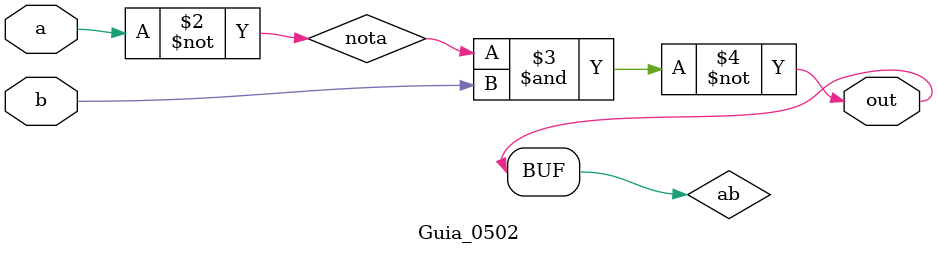
<source format=v>
module Guia_0502 (
    input a,
    input b,
    output out
);

wire nota;
wire ab;

// Porta NAND para ~a
nand (nota, a, a);

// Porta NAND para ~a | b
nand (ab, nota, b);

// Saída
assign out = ab;

endmodule

</source>
